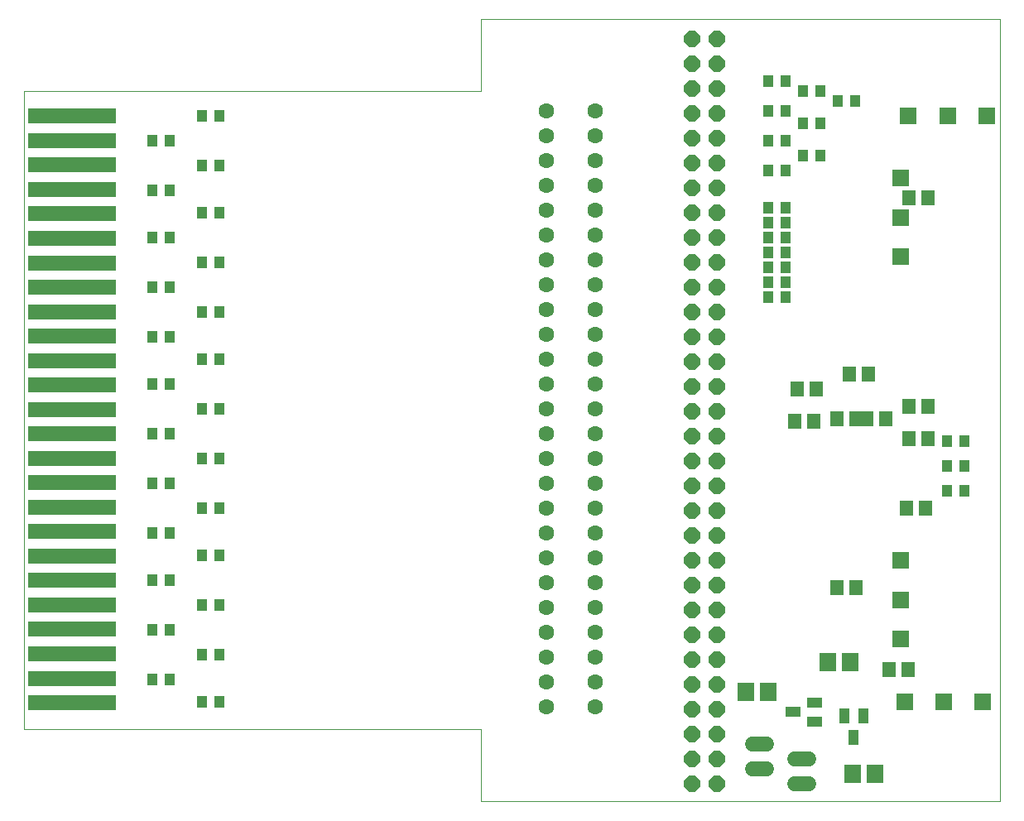
<source format=gbs>
G75*
%MOIN*%
%OFA0B0*%
%FSLAX24Y24*%
%IPPOS*%
%LPD*%
%AMOC8*
5,1,8,0,0,1.08239X$1,22.5*
%
%ADD10C,0.0000*%
%ADD11C,0.0631*%
%ADD12R,0.3583X0.0631*%
%ADD13R,0.0434X0.0473*%
%ADD14OC8,0.0640*%
%ADD15C,0.0600*%
%ADD16R,0.0591X0.0434*%
%ADD17R,0.0434X0.0591*%
%ADD18R,0.0650X0.0749*%
%ADD19R,0.0709X0.0709*%
%ADD20R,0.0552X0.0631*%
D10*
X000450Y003000D02*
X018850Y003000D01*
X018850Y000100D01*
X039720Y000100D01*
X039720Y031596D01*
X018850Y031596D01*
X018850Y028700D01*
X000450Y028700D01*
X000450Y003000D01*
D11*
X021481Y003924D03*
X021481Y004924D03*
X021481Y005924D03*
X021481Y006924D03*
X021481Y007924D03*
X021481Y008924D03*
X021481Y009924D03*
X021481Y010924D03*
X021481Y011924D03*
X021481Y012924D03*
X021481Y013924D03*
X021481Y014924D03*
X021481Y015924D03*
X021481Y016924D03*
X021481Y017924D03*
X021481Y018924D03*
X021481Y019924D03*
X021481Y020924D03*
X021481Y021924D03*
X021481Y022924D03*
X021481Y023924D03*
X021481Y024924D03*
X021481Y025924D03*
X021481Y026924D03*
X021481Y027924D03*
X023450Y027924D03*
X023450Y026924D03*
X023450Y025924D03*
X023450Y024924D03*
X023450Y023924D03*
X023450Y022924D03*
X023450Y021924D03*
X023450Y020924D03*
X023450Y019924D03*
X023450Y018924D03*
X023450Y017924D03*
X023450Y016924D03*
X023450Y015924D03*
X023450Y014924D03*
X023450Y013924D03*
X023450Y012924D03*
X023450Y011924D03*
X023450Y010924D03*
X023450Y009924D03*
X023450Y008924D03*
X023450Y007924D03*
X023450Y006924D03*
X023450Y005924D03*
X023450Y004924D03*
X023450Y003924D03*
D12*
X002372Y004078D03*
X002372Y005062D03*
X002372Y006046D03*
X002372Y007031D03*
X002372Y008015D03*
X002372Y008999D03*
X002372Y009983D03*
X002372Y010968D03*
X002372Y011952D03*
X002372Y012936D03*
X002372Y013920D03*
X002372Y014905D03*
X002372Y015889D03*
X002372Y016873D03*
X002372Y017857D03*
X002372Y018842D03*
X002372Y019826D03*
X002372Y020810D03*
X002372Y021794D03*
X002372Y022779D03*
X002372Y023763D03*
X002372Y024747D03*
X002372Y025731D03*
X002372Y026716D03*
X002372Y027700D03*
D13*
X005615Y026700D03*
X006285Y026700D03*
X007615Y025700D03*
X008285Y025700D03*
X006285Y024700D03*
X005615Y024700D03*
X007615Y023800D03*
X008285Y023800D03*
X006285Y022800D03*
X005615Y022800D03*
X007615Y021800D03*
X008285Y021800D03*
X006285Y020800D03*
X005615Y020800D03*
X007615Y019800D03*
X008285Y019800D03*
X006285Y018800D03*
X005615Y018800D03*
X007615Y017900D03*
X008285Y017900D03*
X006285Y016900D03*
X005615Y016900D03*
X007615Y015900D03*
X008285Y015900D03*
X006285Y014900D03*
X005615Y014900D03*
X007615Y013900D03*
X008285Y013900D03*
X006285Y012900D03*
X005615Y012900D03*
X007615Y011900D03*
X008285Y011900D03*
X006285Y010900D03*
X005615Y010900D03*
X007615Y010000D03*
X008285Y010000D03*
X006285Y009000D03*
X005615Y009000D03*
X007615Y008000D03*
X008285Y008000D03*
X006285Y007000D03*
X005615Y007000D03*
X007615Y006000D03*
X008285Y006000D03*
X006285Y005000D03*
X005615Y005000D03*
X007615Y004100D03*
X008285Y004100D03*
X030415Y020400D03*
X030415Y021000D03*
X030415Y021600D03*
X030415Y022200D03*
X030415Y022800D03*
X030415Y023400D03*
X030415Y024000D03*
X031085Y024000D03*
X031085Y023400D03*
X031085Y022800D03*
X031085Y022200D03*
X031085Y021600D03*
X031085Y021000D03*
X031085Y020400D03*
X031085Y025500D03*
X030415Y025500D03*
X031815Y026100D03*
X032485Y026100D03*
X031085Y026700D03*
X030415Y026700D03*
X031815Y027400D03*
X032485Y027400D03*
X033215Y028300D03*
X033885Y028300D03*
X032485Y028700D03*
X031815Y028700D03*
X031085Y029100D03*
X030415Y029100D03*
X030415Y027900D03*
X031085Y027900D03*
X037615Y014600D03*
X038285Y014600D03*
X038285Y013600D03*
X037615Y013600D03*
X037615Y012600D03*
X038285Y012600D03*
X008285Y027700D03*
X007615Y027700D03*
D14*
X027350Y027800D03*
X027350Y026800D03*
X027350Y025800D03*
X027350Y024800D03*
X027350Y023800D03*
X028350Y023800D03*
X028350Y024800D03*
X028350Y025800D03*
X028350Y026800D03*
X028350Y027800D03*
X028350Y028800D03*
X027350Y028800D03*
X027350Y029800D03*
X027350Y030800D03*
X028350Y030800D03*
X028350Y029800D03*
X028350Y022800D03*
X028350Y021800D03*
X028350Y020800D03*
X028350Y019800D03*
X028350Y018800D03*
X028350Y017800D03*
X028350Y016800D03*
X027350Y016800D03*
X027350Y017800D03*
X027350Y018800D03*
X027350Y019800D03*
X027350Y020800D03*
X027350Y021800D03*
X027350Y022800D03*
X027350Y015800D03*
X027350Y014800D03*
X027350Y013800D03*
X027350Y012800D03*
X027350Y011800D03*
X027350Y010800D03*
X028350Y010800D03*
X028350Y011800D03*
X028350Y012800D03*
X028350Y013800D03*
X028350Y014800D03*
X028350Y015800D03*
X028350Y009800D03*
X028350Y008800D03*
X028350Y007800D03*
X028350Y006800D03*
X028350Y005800D03*
X028350Y004800D03*
X027350Y004800D03*
X027350Y005800D03*
X027350Y006800D03*
X027350Y007800D03*
X027350Y008800D03*
X027350Y009800D03*
X027350Y003800D03*
X027350Y002800D03*
X027350Y001800D03*
X027350Y000800D03*
X028350Y000800D03*
X028350Y001800D03*
X028350Y002800D03*
X028350Y003800D03*
D15*
X029770Y002400D02*
X030330Y002400D01*
X030330Y001400D02*
X029770Y001400D01*
X031470Y001800D02*
X032030Y001800D01*
X032030Y000800D02*
X031470Y000800D01*
D16*
X032283Y003326D03*
X032283Y004074D03*
X031417Y003700D03*
D17*
X033476Y003533D03*
X034224Y003533D03*
X033850Y002667D03*
D18*
X033787Y001200D03*
X034713Y001200D03*
X030413Y004500D03*
X029487Y004500D03*
X032787Y005700D03*
X033713Y005700D03*
D19*
X035750Y006650D03*
X035750Y008225D03*
X035750Y009800D03*
X035900Y004100D03*
X037475Y004100D03*
X039050Y004100D03*
X035750Y022050D03*
X035750Y023625D03*
X035750Y025200D03*
X036050Y027700D03*
X037625Y027700D03*
X039200Y027700D03*
D20*
X036824Y024400D03*
X036076Y024400D03*
X034424Y017300D03*
X033676Y017300D03*
X032324Y016700D03*
X031576Y016700D03*
X031476Y015400D03*
X032224Y015400D03*
X033176Y015500D03*
X033924Y015500D03*
X034376Y015500D03*
X035124Y015500D03*
X036076Y016000D03*
X036824Y016000D03*
X036824Y014700D03*
X036076Y014700D03*
X035976Y011900D03*
X036724Y011900D03*
X033924Y008700D03*
X033176Y008700D03*
X035276Y005400D03*
X036024Y005400D03*
M02*

</source>
